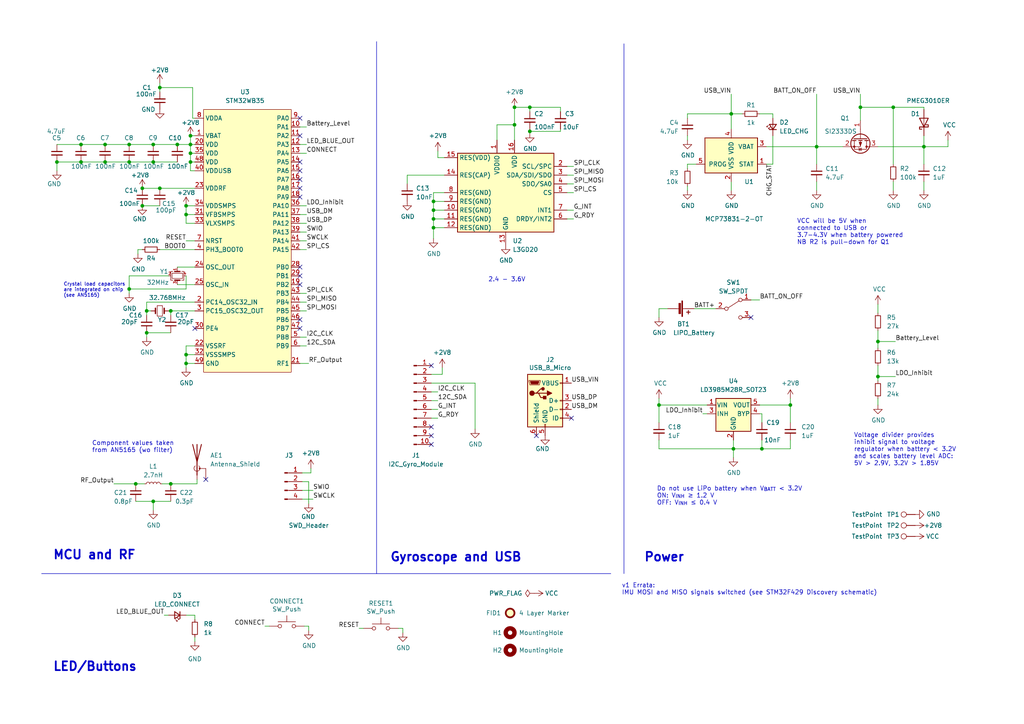
<source format=kicad_sch>
(kicad_sch (version 20230121) (generator eeschema)
  (paper "A4")
  (title_block (title "Ball Base Unit") (company "Mountjoy Modular"))
  (lib_symbols
    (symbol "Battery_Management:MCP73831-2-OT" (pin_names (offset 1.016))
      (property "Reference" "U" (at -7.62 6.35 0))
      (property "Value" "MCP73831-2-OT" (at 1.27 6.35 0))
      (symbol "MCP73831-2-OT_1_1"
        (pin output line (at 10.16 -2.54 180) (length 2.54) (name "STAT") (number "1"))
        (pin power_in line (at 0 -7.62 90) (length 2.54) (name "VSS") (number "2"))
        (pin power_out line (at 10.16 2.54 180) (length 2.54) (name "VBAT") (number "3"))
        (pin power_in line (at 0 7.62 270) (length 2.54) (name "VDD") (number "4"))
        (pin input line (at -10.16 -2.54 0) (length 2.54) (name "PROG") (number "5"))
      )
    )
    (symbol "Connector:Conn_01x04_Male" (pin_names (offset 1.016) hide)
      (property "Reference" "J" (at 0 5.08 0))
      (property "Value" "Conn_01x04_Male" (at 0 -7.62 0))
      (symbol "Conn_01x04_Male_1_1"
        (pin passive line (at 5.08 2.54 180) (length 3.81) (name "Pin_1") (number "1"))
        (pin passive line (at 5.08 0 180) (length 3.81) (name "Pin_2") (number "2"))
        (pin passive line (at 5.08 -2.54 180) (length 3.81) (name "Pin_3") (number "3"))
        (pin passive line (at 5.08 -5.08 180) (length 3.81) (name "Pin_4") (number "4"))
      )
    )
    (symbol "Connector:Conn_01x10_Male" (pin_names (offset 1.016) hide)
      (property "Reference" "J" (at 0 12.7 0))
      (property "Value" "Conn_01x10_Male" (at 0 -15.24 0))
      (symbol "Conn_01x10_Male_1_1"
        (pin passive line (at 5.08 10.16 180) (length 3.81) (name "Pin_1") (number "1"))
        (pin passive line (at 5.08 -12.7 180) (length 3.81) (name "Pin_10") (number "10"))
        (pin passive line (at 5.08 7.62 180) (length 3.81) (name "Pin_2") (number "2"))
        (pin passive line (at 5.08 5.08 180) (length 3.81) (name "Pin_3") (number "3"))
        (pin passive line (at 5.08 2.54 180) (length 3.81) (name "Pin_4") (number "4"))
        (pin passive line (at 5.08 0 180) (length 3.81) (name "Pin_5") (number "5"))
        (pin passive line (at 5.08 -2.54 180) (length 3.81) (name "Pin_6") (number "6"))
        (pin passive line (at 5.08 -5.08 180) (length 3.81) (name "Pin_7") (number "7"))
        (pin passive line (at 5.08 -7.62 180) (length 3.81) (name "Pin_8") (number "8"))
        (pin passive line (at 5.08 -10.16 180) (length 3.81) (name "Pin_9") (number "9"))
      )
    )
    (symbol "Connector:TestPoint" (pin_numbers hide) (pin_names (offset 0.762) hide)
      (property "Reference" "TP" (at 0 6.858 0))
      (property "Value" "TestPoint" (at 0 5.08 0))
      (symbol "TestPoint_1_1"
        (pin passive line (at 0 0 90) (length 2.54) (name "1") (number "1"))
      )
    )
    (symbol "Connector:USB_B_Micro" (pin_names (offset 1.016))
      (property "Reference" "J" (at -5.08 11.43 0))
      (property "Value" "USB_B_Micro" (at -5.08 8.89 0))
      (symbol "USB_B_Micro_1_1"
        (pin power_out line (at 7.62 5.08 180) (length 2.54) (name "VBUS") (number "1"))
        (pin bidirectional line (at 7.62 -2.54 180) (length 2.54) (name "D-") (number "2"))
        (pin bidirectional line (at 7.62 0 180) (length 2.54) (name "D+") (number "3"))
        (pin passive line (at 7.62 -5.08 180) (length 2.54) (name "ID") (number "4"))
        (pin power_out line (at 0 -10.16 90) (length 2.54) (name "GND") (number "5"))
        (pin passive line (at -2.54 -10.16 90) (length 2.54) (name "Shield") (number "6"))
      )
    )
    (symbol "Device:Antenna_Shield" (pin_numbers hide) (pin_names (offset 1.016) hide)
      (property "Reference" "AE" (at -1.905 4.445 0))
      (property "Value" "Antenna_Shield" (at -1.905 2.54 0))
      (symbol "Antenna_Shield_1_1"
        (pin input line (at 0 -5.08 90) (length 2.54) (name "A") (number "1"))
        (pin input line (at 2.54 -5.08 90) (length 2.54) (name "Shield") (number "2"))
      )
    )
    (symbol "Device:Battery_Cell" (pin_numbers hide) (pin_names (offset 0) hide)
      (property "Reference" "BT" (at 2.54 2.54 0))
      (property "Value" "Battery_Cell" (at 2.54 0 0))
      (symbol "Battery_Cell_1_1"
        (pin passive line (at 0 5.08 270) (length 2.54) (name "+") (number "1"))
        (pin passive line (at 0 -2.54 90) (length 2.54) (name "-") (number "2"))
      )
    )
    (symbol "Device:C_Small" (pin_numbers hide) (pin_names (offset 0.254) hide)
      (property "Reference" "C" (at 0.254 1.778 0))
      (property "Value" "C_Small" (at 0.254 -2.032 0))
      (symbol "C_Small_1_1"
        (pin passive line (at 0 2.54 270) (length 2.032) (name "~") (number "1"))
        (pin passive line (at 0 -2.54 90) (length 2.032) (name "~") (number "2"))
      )
    )
    (symbol "Device:Crystal_GND24_Small" (pin_names (offset 1.016) hide)
      (property "Reference" "Y" (at 1.27 4.445 0))
      (property "Value" "Crystal_GND24_Small" (at 1.27 2.54 0))
      (symbol "Crystal_GND24_Small_1_1"
        (pin passive line (at -2.54 0 0) (length 1.27) (name "1") (number "1"))
        (pin passive line (at 0 -2.54 90) (length 0.635) (name "2") (number "2"))
        (pin passive line (at 2.54 0 180) (length 1.27) (name "3") (number "3"))
        (pin passive line (at 0 2.54 270) (length 0.635) (name "4") (number "4"))
      )
    )
    (symbol "Device:Crystal_Small" (pin_numbers hide) (pin_names (offset 1.016) hide)
      (property "Reference" "Y" (at 0 2.54 0))
      (property "Value" "Crystal_Small" (at 0 -2.54 0))
      (symbol "Crystal_Small_1_1"
        (pin passive line (at -2.54 0 0) (length 1.27) (name "1") (number "1"))
        (pin passive line (at 2.54 0 180) (length 1.27) (name "2") (number "2"))
      )
    )
    (symbol "Device:LED_Small" (pin_numbers hide) (pin_names (offset 0.254) hide)
      (property "Reference" "D" (at -1.27 3.175 0))
      (property "Value" "LED_Small" (at -4.445 -2.54 0))
      (symbol "LED_Small_1_1"
        (pin passive line (at -2.54 0 0) (length 1.778) (name "K") (number "1"))
        (pin passive line (at 2.54 0 180) (length 1.778) (name "A") (number "2"))
      )
    )
    (symbol "Device:L_Small" (pin_numbers hide) (pin_names (offset 0.254) hide)
      (property "Reference" "L" (at 0.762 1.016 0))
      (property "Value" "L_Small" (at 0.762 -1.016 0))
      (symbol "L_Small_1_1"
        (pin passive line (at 0 2.54 270) (length 0.508) (name "~") (number "1"))
        (pin passive line (at 0 -2.54 90) (length 0.508) (name "~") (number "2"))
      )
    )
    (symbol "Device:R_Small" (pin_numbers hide) (pin_names (offset 0.254) hide)
      (property "Reference" "R" (at 0.762 0.508 0))
      (property "Value" "R_Small" (at 0.762 -1.016 0))
      (symbol "R_Small_1_1"
        (pin passive line (at 0 2.54 270) (length 0.762) (name "~") (number "1"))
        (pin passive line (at 0 -2.54 90) (length 0.762) (name "~") (number "2"))
      )
    )
    (symbol "Diode:B130-E3" (pin_numbers hide) (pin_names hide)
      (property "Reference" "D" (at 0 2.54 0))
      (property "Value" "B130-E3" (at 0 -2.54 0))
      (symbol "B130-E3_1_1"
        (pin passive line (at -3.81 0 0) (length 2.54) (name "K") (number "1"))
        (pin passive line (at 3.81 0 180) (length 2.54) (name "A") (number "2"))
      )
    )
    (symbol "Mechanical:Fiducial"
      (property "Reference" "FID" (at 0 5.08 0))
      (property "Value" "Fiducial" (at 0 3.175 0))
    )
    (symbol "Mechanical:MountingHole" (pin_names (offset 1.016))
      (property "Reference" "H" (at 0 5.08 0))
      (property "Value" "MountingHole" (at 0 3.175 0))
    )
    (symbol "Regulator_Linear:LD3985M28R_SOT23" (pin_names (offset 0.254))
      (property "Reference" "U" (at -3.81 5.715 0))
      (property "Value" "LD3985M28R_SOT23" (at 0 5.715 0))
      (symbol "LD3985M28R_SOT23_1_1"
        (pin power_in line (at -7.62 2.54 0) (length 2.54) (name "VIN") (number "1"))
        (pin power_in line (at 0 -7.62 90) (length 2.54) (name "GND") (number "2"))
        (pin input line (at -7.62 0 0) (length 2.54) (name "INH") (number "3"))
        (pin input line (at 7.62 0 180) (length 2.54) (name "BYP") (number "4"))
        (pin power_out line (at 7.62 2.54 180) (length 2.54) (name "VOUT") (number "5"))
      )
    )
    (symbol "STM32WB35:STM32WB35"
      (property "Reference" "U" (at 0 -34.29 0))
      (property "Value" "STM32WB35" (at 0.127 46.609 0))
      (symbol "STM32WB35_0_0"
        (pin power_in line (at -14.605 36.83 0) (length 2.54) (name "VBAT") (number "1"))
        (pin bidirectional line (at 15.875 39.37 180) (length 2.54) (name "PA1") (number "10"))
        (pin bidirectional line (at 15.875 36.83 180) (length 2.54) (name "PA2") (number "11"))
        (pin bidirectional line (at 15.875 34.29 180) (length 2.54) (name "PA3") (number "12"))
        (pin bidirectional line (at 15.875 31.75 180) (length 2.54) (name "PA4") (number "13"))
        (pin bidirectional line (at 15.875 29.21 180) (length 2.54) (name "PA5") (number "14"))
        (pin bidirectional line (at 15.875 26.67 180) (length 2.54) (name "PA6") (number "15"))
        (pin bidirectional line (at 15.875 24.13 180) (length 2.54) (name "PA7") (number "16"))
        (pin bidirectional line (at 15.875 21.59 180) (length 2.54) (name "PA8") (number "17"))
        (pin bidirectional line (at 15.875 19.05 180) (length 2.54) (name "PA9") (number "18"))
        (pin bidirectional line (at 15.875 -6.35 180) (length 2.54) (name "PB2") (number "19"))
        (pin bidirectional line (at -14.605 -11.43 0) (length 2.54) (name "PC14_OSC32_IN") (number "2"))
        (pin power_in line (at -14.605 34.29 0) (length 2.54) (name "VDD") (number "20"))
        (pin output line (at 15.875 -29.21 180) (length 2.54) (name "RF1") (number "21"))
        (pin power_in line (at -14.605 -24.13 0) (length 2.54) (name "VSSRF") (number "22"))
        (pin power_in line (at -14.605 21.59 0) (length 2.54) (name "VDDRF") (number "23"))
        (pin output line (at -14.605 -1.27 0) (length 2.54) (name "OSC_OUT") (number "24"))
        (pin input line (at -14.605 -6.35 0) (length 2.54) (name "OSC_IN") (number "25"))
        (pin no_connect line (at -1.27 -34.29 90) (length 2.54) hide (name "AT0") (number "26"))
        (pin no_connect line (at 3.175 -34.29 90) (length 2.54) hide (name "AT1") (number "27"))
        (pin bidirectional line (at 15.875 -1.27 180) (length 2.54) (name "PB0") (number "28"))
        (pin bidirectional line (at 15.875 -3.81 180) (length 2.54) (name "PB1") (number "29"))
        (pin bidirectional line (at -14.605 -13.97 0) (length 2.54) (name "PC15_OSC32_OUT") (number "3"))
        (pin bidirectional line (at -14.605 -19.05 0) (length 2.54) (name "PE4") (number "30"))
        (pin power_in line (at -14.605 13.97 0) (length 2.54) (name "VFBSMPS") (number "31"))
        (pin power_in line (at -14.605 -26.67 0) (length 2.54) (name "VSSSMPS") (number "32"))
        (pin power_in line (at -14.605 11.43 0) (length 2.54) (name "VLXSMPS") (number "33"))
        (pin power_in line (at -14.605 16.51 0) (length 2.54) (name "VDDSMPS") (number "34"))
        (pin power_in line (at -14.605 31.75 0) (length 2.54) (name "VDD") (number "35"))
        (pin bidirectional line (at 15.875 16.51 180) (length 2.54) (name "PA10") (number "36"))
        (pin bidirectional line (at 15.875 13.97 180) (length 2.54) (name "PA11") (number "37"))
        (pin bidirectional line (at 15.875 11.43 180) (length 2.54) (name "PA12") (number "38"))
        (pin bidirectional line (at 15.875 8.89 180) (length 2.54) (name "PA13") (number "39"))
        (pin bidirectional line (at -14.605 3.81 0) (length 2.54) (name "PH3_BOOT0") (number "4"))
        (pin power_in line (at -14.605 26.67 0) (length 2.54) (name "VDDUSB") (number "40"))
        (pin bidirectional line (at 15.875 6.35 180) (length 2.54) (name "PA14") (number "41"))
        (pin bidirectional line (at 15.875 3.81 180) (length 2.54) (name "PA15") (number "42"))
        (pin bidirectional line (at 15.875 -8.89 180) (length 2.54) (name "PB3") (number "43"))
        (pin bidirectional line (at 15.875 -11.43 180) (length 2.54) (name "PB4") (number "44"))
        (pin bidirectional line (at 15.875 -13.97 180) (length 2.54) (name "PB5") (number "45"))
        (pin bidirectional line (at 15.875 -16.51 180) (length 2.54) (name "PB6") (number "46"))
        (pin bidirectional line (at 15.875 -19.05 180) (length 2.54) (name "PB7") (number "47"))
        (pin power_in line (at -14.605 29.21 0) (length 2.54) (name "VDD") (number "48"))
        (pin power_in line (at -14.605 -29.21 0) (length 2.54) (name "GND") (number "49"))
        (pin bidirectional line (at 15.875 -21.59 180) (length 2.54) (name "PB8") (number "5"))
        (pin bidirectional line (at 15.875 -24.13 180) (length 2.54) (name "PB9") (number "6"))
        (pin bidirectional line (at -14.605 6.35 0) (length 2.54) (name "NRST") (number "7"))
        (pin power_in line (at -14.605 41.91 0) (length 2.54) (name "VDDA") (number "8"))
        (pin bidirectional line (at 15.875 41.91 180) (length 2.54) (name "PA0") (number "9"))
      )
    )
    (symbol "Sensor_Motion:L3GD20"
      (property "Reference" "U" (at 6.35 15.24 0))
      (property "Value" "L3GD20" (at 6.35 12.7 0))
      (symbol "L3GD20_1_1"
        (pin power_in line (at -2.54 15.24 270) (length 3.81) (name "VDDIO") (number "1"))
        (pin passive line (at -17.78 -5.08 0) (length 3.81) (name "RES(GND)") (number "10"))
        (pin passive line (at -17.78 -7.62 0) (length 3.81) (name "RES(GND)") (number "11"))
        (pin passive line (at -17.78 -10.16 0) (length 3.81) (name "RES(GND)") (number "12"))
        (pin power_in line (at 0 -15.24 90) (length 3.81) (name "GND") (number "13"))
        (pin passive line (at -17.78 5.08 0) (length 3.81) (name "RES(CAP)") (number "14"))
        (pin passive line (at -17.78 10.16 0) (length 3.81) (name "RES(VDD)") (number "15"))
        (pin power_in line (at 2.54 15.24 270) (length 3.81) (name "VDD") (number "16"))
        (pin input line (at 17.78 7.62 180) (length 3.81) (name "SCL/SPC") (number "2"))
        (pin bidirectional line (at 17.78 5.08 180) (length 3.81) (name "SDA/SDI/SDO") (number "3"))
        (pin output line (at 17.78 2.54 180) (length 3.81) (name "SDO/SA0") (number "4"))
        (pin input line (at 17.78 0 180) (length 3.81) (name "CS") (number "5"))
        (pin output line (at 17.78 -7.62 180) (length 3.81) (name "DRDY/INT2") (number "6"))
        (pin output line (at 17.78 -5.08 180) (length 3.81) (name "INT1") (number "7"))
        (pin passive line (at -17.78 0 0) (length 3.81) (name "RES(GND)") (number "8"))
        (pin passive line (at -17.78 -2.54 0) (length 3.81) (name "RES(GND)") (number "9"))
      )
    )
    (symbol "Switch:SW_Push" (pin_numbers hide) (pin_names (offset 1.016) hide)
      (property "Reference" "SW" (at 1.27 2.54 0))
      (property "Value" "SW_Push" (at 0 -1.524 0))
      (symbol "SW_Push_0_1"
        (pin passive line (at -5.08 0 0) (length 2.54) (name "1") (number "1"))
        (pin passive line (at 5.08 0 180) (length 2.54) (name "2") (number "2"))
      )
    )
    (symbol "Switch:SW_SPDT" (pin_names (offset 0) hide)
      (property "Reference" "SW" (at 0 4.318 0))
      (property "Value" "SW_SPDT" (at 0 -5.08 0))
      (symbol "SW_SPDT_1_1"
        (pin passive line (at 5.08 2.54 180) (length 2.54) (name "A") (number "1"))
        (pin passive line (at -5.08 0 0) (length 2.54) (name "B") (number "2"))
        (pin passive line (at 5.08 -2.54 180) (length 2.54) (name "C") (number "3"))
      )
    )
    (symbol "Transistor_FET:Si2319CDS" (pin_names hide)
      (property "Reference" "Q" (at 5.08 1.905 0))
      (property "Value" "Si2319CDS" (at 5.08 0 0))
      (symbol "Si2319CDS_1_1"
        (pin input line (at -5.08 0 0) (length 2.54) (name "G") (number "1"))
        (pin passive line (at 2.54 -5.08 90) (length 2.54) (name "S") (number "2"))
        (pin passive line (at 2.54 5.08 270) (length 2.54) (name "D") (number "3"))
      )
    )
    (symbol "power:+2V8" (power) (pin_names (offset 0))
      (property "Value" "+2V8" (at 0 3.556 0))
      (symbol "+2V8_1_1"
        (pin power_in line (at 0 0 90) (length 0) hide (name "+2V8") (number "1"))
      )
    )
    (symbol "power:GND" (power) (pin_names (offset 0))
      (property "Value" "GND" (at 0 -3.81 0))
      (symbol "GND_1_1"
        (pin power_in line (at 0 0 270) (length 0) hide (name "GND") (number "1"))
      )
    )
    (symbol "power:PWR_FLAG" (power) (pin_numbers hide) (pin_names (offset 0) hide)
      (property "Value" "PWR_FLAG" (at 0 3.81 0))
      (symbol "PWR_FLAG_0_0"
        (pin power_out line (at 0 0 90) (length 0) (name "pwr") (number "1"))
      )
    )
    (symbol "power:VCC" (power) (pin_names (offset 0))
      (property "Value" "VCC" (at 0 3.81 0))
      (symbol "VCC_1_1"
        (pin power_in line (at 0 0 90) (length 0) hide (name "VCC") (number "1"))
      )
    )
  )
  (junction (at 125.73 63.5))
  (junction (at 53.975 59.69))
  (junction (at 125.73 66.04))
  (junction (at 44.45 46.99))
  (junction (at 220.98 130.175))
  (junction (at 55.245 39.37))
  (junction (at 249.555 31.115))
  (junction (at 39.37 140.335))
  (junction (at 55.245 44.45))
  (junction (at 37.465 41.91))
  (junction (at 49.53 140.335))
  (junction (at 46.355 54.61))
  (junction (at 46.355 25.4))
  (junction (at 51.435 41.91))
  (junction (at 49.53 90.17))
  (junction (at 53.975 105.41))
  (junction (at 23.495 41.91))
  (junction (at 236.855 42.545))
  (junction (at 44.45 145.415))
  (junction (at 53.975 62.23))
  (junction (at 41.275 54.61))
  (junction (at 37.465 46.99))
  (junction (at 254.635 99.06))
  (junction (at 37.465 83.82))
  (junction (at 153.67 31.115))
  (junction (at 44.45 41.91))
  (junction (at 149.225 36.195))
  (junction (at 149.225 31.115))
  (junction (at 42.545 90.17))
  (junction (at 16.51 46.99))
  (junction (at 23.495 46.99))
  (junction (at 42.545 96.52))
  (junction (at 259.08 31.115))
  (junction (at 30.48 46.99))
  (junction (at 55.245 41.91))
  (junction (at 30.48 41.91))
  (junction (at 125.73 60.96))
  (junction (at 191.135 117.475))
  (junction (at 212.09 33.02))
  (junction (at 41.275 59.69))
  (junction (at 153.67 38.1))
  (junction (at 125.73 58.42))
  (junction (at 254.635 109.22))
  (junction (at 212.725 130.175))
  (junction (at 267.97 42.545))
  (junction (at 53.975 102.87))
  (junction (at 55.245 46.99))
  (junction (at 229.235 117.475))
  (no_connect (at 86.995 82.55))
  (no_connect (at 155.575 126.365))
  (no_connect (at 86.995 52.07))
  (no_connect (at 86.995 77.47))
  (no_connect (at 86.995 92.71))
  (no_connect (at 125.095 106.045))
  (no_connect (at 86.995 95.25))
  (no_connect (at 86.995 46.99))
  (no_connect (at 86.995 80.01))
  (no_connect (at 86.995 57.15))
  (no_connect (at 86.995 54.61))
  (no_connect (at 125.095 128.905))
  (no_connect (at 217.805 92.075))
  (no_connect (at 86.995 39.37))
  (no_connect (at 125.095 123.825))
  (no_connect (at 165.735 121.285))
  (no_connect (at 86.995 34.29))
  (no_connect (at 86.995 49.53))
  (no_connect (at 59.69 139.065))
  (no_connect (at 56.515 95.25))
  (no_connect (at 125.095 126.365))
  (wire (pts (xy 254.635 42.545) (xy 267.97 42.545)))
  (wire (pts (xy 56.515 34.29) (xy 55.88 34.29)))
  (wire (pts (xy 212.09 33.02) (xy 215.265 33.02)))
  (wire (pts (xy 125.095 108.585) (xy 128.27 108.585)))
  (wire (pts (xy 229.235 127.635) (xy 229.235 130.175)))
  (wire (pts (xy 128.905 55.88) (xy 125.73 55.88)))
  (wire (pts (xy 203.835 120.015) (xy 205.105 120.015)))
  (wire (pts (xy 220.345 117.475) (xy 229.235 117.475)))
  (wire (pts (xy 37.465 41.91) (xy 44.45 41.91)))
  (wire (pts (xy 212.09 27.305) (xy 212.09 33.02)))
  (wire (pts (xy 274.955 42.545) (xy 274.955 40.64)))
  (wire (pts (xy 87.63 137.16) (xy 90.17 137.16)))
  (wire (pts (xy 267.97 52.705) (xy 267.97 55.245)))
  (wire (pts (xy 46.355 72.39) (xy 56.515 72.39)))
  (wire (pts (xy 153.67 37.465) (xy 153.67 38.1)))
  (wire (pts (xy 162.56 37.465) (xy 162.56 38.1)))
  (wire (pts (xy 39.37 140.335) (xy 41.91 140.335)))
  (wire (pts (xy 259.08 52.705) (xy 259.08 55.245)))
  (wire (pts (xy 41.275 59.69) (xy 46.355 59.69)))
  (wire (pts (xy 49.53 90.17) (xy 56.515 90.17)))
  (wire (pts (xy 125.095 118.745) (xy 127 118.745)))
  (wire (pts (xy 125.095 121.285) (xy 127 121.285)))
  (wire (pts (xy 199.39 33.02) (xy 212.09 33.02)))
  (wire (pts (xy 125.73 55.88) (xy 125.73 58.42)))
  (wire (pts (xy 53.975 62.23) (xy 53.975 59.69)))
  (wire (pts (xy 104.14 182.245) (xy 105.41 182.245)))
  (wire (pts (xy 56.515 178.435) (xy 56.515 179.705)))
  (wire (pts (xy 57.15 140.335) (xy 57.15 139.065)))
  (wire (pts (xy 164.465 63.5) (xy 166.37 63.5)))
  (wire (pts (xy 164.465 55.88) (xy 166.37 55.88)))
  (wire (pts (xy 86.995 41.91) (xy 88.9 41.91)))
  (wire (pts (xy 86.995 44.45) (xy 88.9 44.45)))
  (wire (pts (xy 254.635 95.885) (xy 254.635 99.06)))
  (wire (pts (xy 86.995 105.41) (xy 89.535 105.41)))
  (wire (pts (xy 86.995 100.33) (xy 88.9 100.33)))
  (wire (pts (xy 55.245 41.91) (xy 55.245 44.45)))
  (wire (pts (xy 86.995 69.85) (xy 88.9 69.85)))
  (wire (pts (xy 51.435 82.55) (xy 56.515 82.55)))
  (wire (pts (xy 56.515 184.785) (xy 56.515 186.055)))
  (wire (pts (xy 16.51 46.99) (xy 16.51 49.53)))
  (wire (pts (xy 191.135 130.175) (xy 212.725 130.175)))
  (wire (pts (xy 89.535 181.61) (xy 89.535 182.88)))
  (wire (pts (xy 137.795 111.125) (xy 137.795 124.46)))
  (wire (pts (xy 53.975 83.82) (xy 37.465 83.82)))
  (wire (pts (xy 153.67 31.115) (xy 162.56 31.115)))
  (wire (pts (xy 37.465 46.99) (xy 44.45 46.99)))
  (wire (pts (xy 76.835 181.61) (xy 78.105 181.61)))
  (wire (pts (xy 44.45 145.415) (xy 44.45 147.955)))
  (wire (pts (xy 87.63 139.7) (xy 89.535 139.7)))
  (wire (pts (xy 88.265 181.61) (xy 89.535 181.61)))
  (wire (pts (xy 53.975 59.69) (xy 56.515 59.69)))
  (wire (pts (xy 51.435 41.91) (xy 55.245 41.91)))
  (wire (pts (xy 55.245 49.53) (xy 56.515 49.53)))
  (wire (pts (xy 23.495 41.91) (xy 30.48 41.91)))
  (wire (pts (xy 86.995 36.83) (xy 88.9 36.83)))
  (wire (pts (xy 153.67 38.1) (xy 153.67 38.735)))
  (wire (pts (xy 259.08 31.115) (xy 259.08 47.625)))
  (wire (pts (xy 23.495 46.99) (xy 30.48 46.99)))
  (wire (pts (xy 53.975 62.23) (xy 56.515 62.23)))
  (wire (pts (xy 259.08 31.115) (xy 267.97 31.115)))
  (wire (pts (xy 201.295 89.535) (xy 207.645 89.535)))
  (wire (pts (xy 164.465 60.96) (xy 166.37 60.96)))
  (wire (pts (xy 42.545 90.17) (xy 42.545 91.44)))
  (wire (pts (xy 51.435 77.47) (xy 56.515 77.47)))
  (wire (pts (xy 42.545 87.63) (xy 42.545 90.17)))
  (wire (pts (xy 125.095 111.125) (xy 137.795 111.125)))
  (wire (pts (xy 229.235 115.57) (xy 229.235 117.475)))
  (wire (pts (xy 90.17 137.16) (xy 90.17 135.89)))
  (wire (pts (xy 191.135 117.475) (xy 191.135 122.555)))
  (wire (pts (xy 249.555 27.305) (xy 249.555 31.115)))
  (polyline (pts (xy 180.975 12.7) (xy 180.975 166.37)))
  (wire (pts (xy 53.975 64.77) (xy 53.975 62.23)))
  (wire (pts (xy 191.135 89.535) (xy 193.675 89.535)))
  (wire (pts (xy 224.155 33.02) (xy 224.155 34.29)))
  (wire (pts (xy 236.855 52.705) (xy 236.855 55.245)))
  (wire (pts (xy 267.97 39.37) (xy 267.97 42.545)))
  (wire (pts (xy 86.995 85.09) (xy 88.9 85.09)))
  (wire (pts (xy 33.02 140.335) (xy 39.37 140.335)))
  (wire (pts (xy 55.245 46.99) (xy 55.245 49.53)))
  (wire (pts (xy 55.245 44.45) (xy 56.515 44.45)))
  (wire (pts (xy 125.73 66.04) (xy 125.73 69.215)))
  (wire (pts (xy 16.51 46.99) (xy 23.495 46.99)))
  (wire (pts (xy 49.53 140.335) (xy 57.15 140.335)))
  (wire (pts (xy 125.73 58.42) (xy 125.73 60.96)))
  (wire (pts (xy 191.135 127.635) (xy 191.135 130.175)))
  (wire (pts (xy 37.465 83.82) (xy 37.465 85.09)))
  (wire (pts (xy 128.27 108.585) (xy 128.27 106.68)))
  (wire (pts (xy 86.995 72.39) (xy 88.9 72.39)))
  (wire (pts (xy 220.345 33.02) (xy 224.155 33.02)))
  (wire (pts (xy 125.73 58.42) (xy 128.905 58.42)))
  (wire (pts (xy 40.005 72.39) (xy 41.275 72.39)))
  (wire (pts (xy 125.73 60.96) (xy 128.905 60.96)))
  (wire (pts (xy 30.48 46.99) (xy 37.465 46.99)))
  (wire (pts (xy 267.97 42.545) (xy 274.955 42.545)))
  (wire (pts (xy 42.545 90.17) (xy 43.815 90.17)))
  (polyline (pts (xy 109.22 12.065) (xy 109.22 166.37)))
  (wire (pts (xy 44.45 41.91) (xy 51.435 41.91)))
  (wire (pts (xy 42.545 96.52) (xy 42.545 97.79)))
  (wire (pts (xy 199.39 53.975) (xy 199.39 55.245)))
  (wire (pts (xy 249.555 31.115) (xy 249.555 34.925)))
  (wire (pts (xy 236.855 42.545) (xy 244.475 42.545)))
  (wire (pts (xy 199.39 39.37) (xy 199.39 40.64)))
  (polyline (pts (xy 12.065 166.37) (xy 177.165 166.37)))
  (wire (pts (xy 90.805 144.78) (xy 87.63 144.78)))
  (wire (pts (xy 229.235 117.475) (xy 229.235 122.555)))
  (wire (pts (xy 199.39 34.29) (xy 199.39 33.02)))
  (wire (pts (xy 89.535 139.7) (xy 89.535 146.05)))
  (wire (pts (xy 254.635 115.57) (xy 254.635 117.475)))
  (wire (pts (xy 55.245 39.37) (xy 55.245 41.91)))
  (wire (pts (xy 144.145 36.195) (xy 149.225 36.195)))
  (wire (pts (xy 212.09 52.705) (xy 212.09 55.245)))
  (wire (pts (xy 44.45 46.99) (xy 51.435 46.99)))
  (wire (pts (xy 116.84 182.245) (xy 116.84 183.515)))
  (wire (pts (xy 191.135 117.475) (xy 205.105 117.475)))
  (wire (pts (xy 254.635 109.22) (xy 254.635 110.49)))
  (wire (pts (xy 212.09 33.02) (xy 212.09 37.465)))
  (wire (pts (xy 53.975 105.41) (xy 53.975 102.87)))
  (wire (pts (xy 53.975 80.01) (xy 53.975 83.82)))
  (wire (pts (xy 224.155 47.625) (xy 224.155 39.37)))
  (wire (pts (xy 149.225 31.115) (xy 149.225 36.195)))
  (wire (pts (xy 191.135 92.075) (xy 191.135 89.535)))
  (wire (pts (xy 212.725 130.175) (xy 212.725 132.715)))
  (wire (pts (xy 125.73 63.5) (xy 125.73 66.04)))
  (wire (pts (xy 49.53 96.52) (xy 42.545 96.52)))
  (wire (pts (xy 149.225 31.115) (xy 153.67 31.115)))
  (wire (pts (xy 55.88 25.4) (xy 55.88 34.29)))
  (wire (pts (xy 128.905 50.8) (xy 118.11 50.8)))
  (wire (pts (xy 153.67 31.115) (xy 153.67 32.385)))
  (wire (pts (xy 86.995 87.63) (xy 88.9 87.63)))
  (wire (pts (xy 220.98 127.635) (xy 220.98 130.175)))
  (wire (pts (xy 254.635 106.045) (xy 254.635 109.22)))
  (wire (pts (xy 164.465 53.34) (xy 166.37 53.34)))
  (wire (pts (xy 37.465 83.82) (xy 37.465 80.01)))
  (wire (pts (xy 125.73 60.96) (xy 125.73 63.5)))
  (wire (pts (xy 47.625 178.435) (xy 48.895 178.435)))
  (wire (pts (xy 30.48 41.91) (xy 37.465 41.91)))
  (wire (pts (xy 217.805 86.995) (xy 220.345 86.995)))
  (wire (pts (xy 55.245 39.37) (xy 56.515 39.37)))
  (wire (pts (xy 254.635 99.06) (xy 259.715 99.06)))
  (wire (pts (xy 87.63 142.24) (xy 90.805 142.24)))
  (wire (pts (xy 41.275 54.61) (xy 46.355 54.61)))
  (wire (pts (xy 249.555 31.115) (xy 259.08 31.115)))
  (wire (pts (xy 86.995 90.17) (xy 88.9 90.17)))
  (wire (pts (xy 55.245 41.91) (xy 56.515 41.91)))
  (wire (pts (xy 42.545 87.63) (xy 56.515 87.63)))
  (wire (pts (xy 48.895 90.17) (xy 49.53 90.17)))
  (wire (pts (xy 236.855 42.545) (xy 236.855 47.625)))
  (wire (pts (xy 254.635 99.06) (xy 254.635 100.965)))
  (wire (pts (xy 55.245 44.45) (xy 55.245 46.99)))
  (wire (pts (xy 46.99 140.335) (xy 49.53 140.335)))
  (wire (pts (xy 220.98 120.015) (xy 220.98 122.555)))
  (wire (pts (xy 149.225 36.195) (xy 149.225 40.64)))
  (wire (pts (xy 37.465 80.01) (xy 48.895 80.01)))
  (wire (pts (xy 55.88 25.4) (xy 46.355 25.4)))
  (wire (pts (xy 86.995 97.79) (xy 88.9 97.79)))
  (wire (pts (xy 118.11 50.8) (xy 118.11 53.34)))
  (wire (pts (xy 46.355 54.61) (xy 56.515 54.61)))
  (wire (pts (xy 267.97 31.75) (xy 267.97 31.115)))
  (wire (pts (xy 53.975 178.435) (xy 56.515 178.435)))
  (wire (pts (xy 53.975 106.68) (xy 53.975 105.41)))
  (wire (pts (xy 86.995 67.31) (xy 88.9 67.31)))
  (wire (pts (xy 46.355 25.4) (xy 46.355 26.67)))
  (wire (pts (xy 86.995 59.69) (xy 88.9 59.69)))
  (wire (pts (xy 53.975 105.41) (xy 56.515 105.41)))
  (wire (pts (xy 115.57 182.245) (xy 116.84 182.245)))
  (wire (pts (xy 164.465 48.26) (xy 166.37 48.26)))
  (wire (pts (xy 254.635 88.265) (xy 254.635 90.805)))
  (wire (pts (xy 220.98 120.015) (xy 220.345 120.015)))
  (wire (pts (xy 191.135 115.57) (xy 191.135 117.475)))
  (wire (pts (xy 153.67 38.1) (xy 162.56 38.1)))
  (wire (pts (xy 164.465 50.8) (xy 166.37 50.8)))
  (wire (pts (xy 144.145 40.64) (xy 144.145 36.195)))
  (wire (pts (xy 212.725 127.635) (xy 212.725 130.175)))
  (wire (pts (xy 267.97 42.545) (xy 267.97 47.625)))
  (wire (pts (xy 236.855 27.305) (xy 236.855 42.545)))
  (wire (pts (xy 125.095 116.205) (xy 127 116.205)))
  (wire (pts (xy 86.995 64.77) (xy 88.9 64.77)))
  (wire (pts (xy 199.39 48.895) (xy 199.39 47.625)))
  (wire (pts (xy 53.975 102.87) (xy 56.515 102.87)))
  (wire (pts (xy 162.56 31.115) (xy 162.56 32.385)))
  (wire (pts (xy 46.355 24.13) (xy 46.355 25.4)))
  (wire (pts (xy 125.73 63.5) (xy 128.905 63.5)))
  (wire (pts (xy 16.51 41.91) (xy 23.495 41.91)))
  (wire (pts (xy 39.37 145.415) (xy 44.45 145.415)))
  (wire (pts (xy 220.98 130.175) (xy 229.235 130.175)))
  (wire (pts (xy 128.905 66.04) (xy 125.73 66.04)))
  (wire (pts (xy 222.25 47.625) (xy 224.155 47.625)))
  (wire (pts (xy 125.095 113.665) (xy 127 113.665)))
  (wire (pts (xy 49.53 91.44) (xy 49.53 90.17)))
  (wire (pts (xy 44.45 145.415) (xy 49.53 145.415)))
  (wire (pts (xy 40.005 73.66) (xy 40.005 72.39)))
  (wire (pts (xy 127 45.72) (xy 128.905 45.72)))
  (wire (pts (xy 53.975 69.85) (xy 56.515 69.85)))
  (wire (pts (xy 254.635 109.22) (xy 259.715 109.22)))
  (wire (pts (xy 127 43.815) (xy 127 45.72)))
  (wire (pts (xy 56.515 64.77) (xy 53.975 64.77)))
  (wire (pts (xy 53.975 100.33) (xy 56.515 100.33)))
  (wire (pts (xy 53.975 102.87) (xy 53.975 100.33)))
  (wire (pts (xy 55.245 46.99) (xy 56.515 46.99)))
  (wire (pts (xy 86.995 62.23) (xy 88.9 62.23)))
  (wire (pts (xy 212.725 130.175) (xy 220.98 130.175)))
  (wire (pts (xy 222.25 42.545) (xy 236.855 42.545)))
  (wire (pts (xy 199.39 47.625) (xy 201.93 47.625)))
  (text "MCU and RF" (at 15.24 162.56 0) (effects (font (size 2.54 2.54) (thickness 0.508) bold) (justify left bottom)))
  (text "Do not use LiPo battery when V_{BATT} < 3.2V\nON: V_{INH} ≥ 1.2 V\nOFF: V_{INH} ≤ 0.4 V " (at 190.5 146.685 0) (effects (font (size 1.27 1.27)) (justify left bottom)))
  (text "Power" (at 186.69 163.195 0) (effects (font (size 2.54 2.54) (thickness 0.508) bold) (justify left bottom)))
  (text "Gyroscope and USB" (at 113.03 163.195 0) (effects (font (size 2.54 2.54) (thickness 0.508) bold) (justify left bottom)))
  (text "Component values taken \nfrom AN5165 (wo filter)" (at 26.67 131.445 0) (effects (font (size 1.27 1.27)) (justify left bottom)))
  (text "Voltage divider provides\ninhibit signal to voltage \nregulator when battery < 3.2V \nand scales battery level ADC:\n5V > 2.9V, 3.2V > 1.85V" (at 247.65 135.255 0) (effects (font (size 1.27 1.27)) (justify left bottom)))
  (text "2.4 - 3.6V" (at 141.605 81.915 0) (effects (font (size 1.27 1.27)) (justify left bottom)))
  (text "LED/Buttons" (at 15.24 194.945 0) (effects (font (size 2.54 2.54) (thickness 0.508) bold) (justify left bottom)))
  (text "VCC will be 5V when \nconnected to USB or \n3.7-4.3V when battery powered\nNB R2 is pull-down for Q1" (at 231.14 71.12 0) (effects (font (size 1.27 1.27)) (justify left bottom)))
  (text "v1 Errata:\nIMU MOSI and MISO signals switched (see STM32F429 Discovery schematic)" (at 180.34 172.72 0) (effects (font (size 1.27 1.27)) (justify left bottom)))
  (text "Crystal load capacitors\nare integrated on chip\n(see AN5165)" (at 18.415 86.36 0) (effects (font (size 1 1)) (justify left bottom)))
  (label "SPI_MOSI" (at 88.9 90.17 0))
  (label "G_INT" (at 166.37 60.96 0))
  (label "RESET" (at 104.14 182.245 180))
  (label "G_INT" (at 127 118.745 0))
  (label "SWCLK" (at 88.9 69.85 0))
  (label "USB_DP" (at 88.9 64.77 0))
  (label "BOOT0" (at 47.625 72.39 0))
  (label "SPI_MOSI" (at 166.37 53.34 0))
  (label "I2C_CLK" (at 127 113.665 0))
  (label "RESET" (at 53.975 69.85 180))
  (label "LDO_Inhibit" (at 88.9 59.69 0))
  (label "LDO_Inhibit" (at 203.835 120.015 180))
  (label "SPI_CLK" (at 88.9 85.09 0))
  (label "LDO_Inhibit" (at 259.715 109.22 0))
  (label "I2C_CLK" (at 88.9 97.79 0))
  (label "USB_DM" (at 88.9 62.23 0))
  (label "G_RDY" (at 166.37 63.5 0))
  (label "12C_SDA" (at 127 116.205 0))
  (label "SWCLK" (at 90.805 144.78 0))
  (label "USB_DP" (at 165.735 116.205 0))
  (label "SPI_MISO" (at 88.9 87.63 0))
  (label "USB_DM" (at 165.735 118.745 0))
  (label "CONNECT" (at 76.835 181.61 180))
  (label "SPI_CS" (at 166.37 55.88 0))
  (label "SWIO" (at 90.805 142.24 0))
  (label "RF_Output" (at 33.02 140.335 180))
  (label "CONNECT" (at 88.9 44.45 0))
  (label "USB_VIN" (at 212.09 27.305 180))
  (label "SPI_CS" (at 88.9 72.39 0))
  (label "LED_BLUE_OUT" (at 88.9 41.91 0))
  (label "SPI_CLK" (at 166.37 48.26 0))
  (label "USB_VIN" (at 165.735 111.125 0))
  (label "RF_Output" (at 89.535 105.41 0))
  (label "Battery_Level" (at 259.715 99.06 0))
  (label "BATT_ON_OFF" (at 236.855 27.305 180))
  (label "Battery_Level" (at 88.9 36.83 0))
  (label "G_RDY" (at 127 121.285 0))
  (label "BATT_ON_OFF" (at 220.345 86.995 0))
  (label "CHG_STAT" (at 224.155 47.625 270))
  (label "USB_VIN" (at 249.555 27.305 180))
  (label "BATT+" (at 201.295 89.535 0))
  (label "SWIO" (at 88.9 67.31 0))
  (label "LED_BLUE_OUT" (at 47.625 178.435 180))
  (label "12C_SDA" (at 88.9 100.33 0))
  (label "SPI_MISO" (at 166.37 50.8 0))
  (symbol (lib_id "Device:Antenna_Shield") (at 57.15 133.985 0) (unit 1)
    (property "Reference" "AE1" (at 60.96 132.0799 0) (effects (justify left)))
    (property "Value" "Antenna_Shield" (at 60.96 134.6199 0) (effects (justify left)))
    (property "Footprint" "Custom_Footprints:NN01_102" (effects hide))
  )
  (symbol (lib_id "Mechanical:Fiducial") (at 147.955 177.8 0) (unit 1)
    (property "Reference" "FID1" (at 140.97 177.8 0) (effects (justify left)))
    (property "Value" "4 Layer Marker" (at 150.495 177.8 0) (effects (justify left)))
    (property "Footprint" "Custom_Footprints:4_Layer_Markers" (effects hide))
  )
  (symbol (lib_id "Connector:TestPoint") (at 265.43 155.575 90) (unit 1)
    (property "Reference" "TP3" (at 259.08 155.575 90))
    (property "Value" "TestPoint" (at 251.46 155.575 90))
    (property "Footprint" "Custom_Footprints:1.3mm_Test_Point" (effects hide))
  )
  (symbol (lib_id "Device:C_Small") (at 118.11 55.88 0) (unit 1)
    (property "Reference" "C13" (at 120.65 54.6162 0) (effects (justify left)))
    (property "Value" "10nF" (at 120.65 57.1562 0) (effects (justify left)))
    (property "Footprint" "Capacitor_SMD:C_0603_1608Metric" (effects hide))
  )
  (symbol (lib_id "Device:R_Small") (at 254.635 93.345 0) (unit 1)
    (property "Reference" "R5" (at 257.175 92.0749 0) (effects (justify left)))
    (property "Value" "27k" (at 257.175 94.6149 0) (effects (justify left)))
    (property "Footprint" "Resistor_SMD:R_0603_1608Metric" (effects hide))
    (property "Part_Number" "C25803" (effects hide))
  )
  (symbol (lib_id "power:+2V8") (at 46.355 24.13 0) (unit 1)
    (property "Reference" "#PWR01" (effects hide))
    (property "Value" "+2V8" (at 46.355 20.32 0))
  )
  (symbol (lib_id "Device:Crystal_GND24_Small") (at 51.435 80.01 270) (unit 1)
    (property "Reference" "Y1" (at 46.355 78.74 90) (effects (justify left)))
    (property "Value" "32MHz" (at 42.545 81.915 90) (effects (justify left)))
    (property "Footprint" "Crystal:Crystal_SMD_Abracon_ABM10-4Pin_2.5x2.0mm" (effects hide))
  )
  (symbol (lib_id "power:GND") (at 37.465 85.09 0) (unit 1)
    (property "Reference" "#PWR022" (effects hide))
    (property "Value" "GND" (at 37.592 89.4842 0))
  )
  (symbol (lib_id "Connector:Conn_01x10_Male") (at 120.015 116.205 0) (unit 1)
    (property "Reference" "J1" (at 120.65 132.08 0))
    (property "Value" "I2C_Gyro_Module" (at 120.65 134.62 0))
    (property "Footprint" "Connector_PinSocket_2.54mm:PinSocket_1x10_P2.54mm_Vertical" (effects hide))
  )
  (symbol (lib_id "power:+2V8") (at 41.275 54.61 0) (unit 1)
    (property "Reference" "#PWR010" (effects hide))
    (property "Value" "+2V8" (at 40.64 50.8 0))
  )
  (symbol (lib_id "power:+2V8") (at 128.27 106.68 0) (unit 1)
    (property "Reference" "#PWR026" (effects hide))
    (property "Value" "+2V8" (at 128.27 102.235 0))
  )
  (symbol (lib_id "power:PWR_FLAG") (at 154.94 172.085 90) (unit 1)
    (property "Reference" "#FLG01" (effects hide))
    (property "Value" "PWR_FLAG" (at 146.685 172.085 90))
  )
  (symbol (lib_id "power:VCC") (at 154.94 172.085 270) (unit 1)
    (property "Reference" "#PWR040" (effects hide))
    (property "Value" "VCC" (at 160.02 172.085 90))
  )
  (symbol (lib_id "Device:C_Small") (at 153.67 34.925 0) (unit 1)
    (property "Reference" "C2" (at 154.94 33.02 0) (effects (justify left)))
    (property "Value" "100nF" (at 154.94 36.83 0) (effects (justify left)))
    (property "Footprint" "Capacitor_SMD:C_0603_1608Metric" (effects hide))
  )
  (symbol (lib_id "Mechanical:MountingHole") (at 147.955 183.515 0) (unit 1)
    (property "Reference" "H1" (at 142.875 183.515 0) (effects (justify left)))
    (property "Value" "MountingHole" (at 150.495 183.515 0) (effects (justify left)))
    (property "Footprint" "MountingHole:MountingHole_3.2mm_M3" (effects hide))
  )
  (symbol (lib_id "power:GND") (at 267.97 55.245 0) (unit 1)
    (property "Reference" "#PWR015" (effects hide))
    (property "Value" "GND" (at 268.097 59.6392 0))
  )
  (symbol (lib_id "power:GND") (at 146.685 71.12 0) (unit 1)
    (property "Reference" "#PWR020" (effects hide))
    (property "Value" "GND" (at 146.812 75.5142 0))
  )
  (symbol (lib_id "Device:C_Small") (at 236.855 50.165 0) (unit 1)
    (property "Reference" "C11" (at 239.395 48.9012 0) (effects (justify left)))
    (property "Value" "4.7uF" (at 239.395 51.4412 0) (effects (justify left)))
    (property "Footprint" "Capacitor_SMD:C_0603_1608Metric" (effects hide))
  )
  (symbol (lib_id "power:GND") (at 212.725 132.715 0) (unit 1)
    (property "Reference" "#PWR033" (effects hide))
    (property "Value" "GND" (at 212.852 137.1092 0))
  )
  (symbol (lib_id "Connector:TestPoint") (at 265.43 149.225 90) (unit 1)
    (property "Reference" "TP1" (at 259.08 149.225 90))
    (property "Value" "TestPoint" (at 251.46 149.225 90))
    (property "Footprint" "Custom_Footprints:1.3mm_Test_Point" (effects hide))
  )
  (symbol (lib_id "power:VCC") (at 254.635 88.265 0) (unit 1)
    (property "Reference" "#PWR023" (effects hide))
    (property "Value" "VCC" (at 255.0668 83.8708 0))
  )
  (symbol (lib_id "power:GND") (at 44.45 147.955 0) (unit 1)
    (property "Reference" "#PWR036" (effects hide))
    (property "Value" "GND" (at 44.577 152.3492 0))
  )
  (symbol (lib_id "power:GND") (at 40.005 73.66 0) (unit 1)
    (property "Reference" "#PWR021" (effects hide))
    (property "Value" "GND" (at 40.132 78.0542 0))
  )
  (symbol (lib_id "Connector:USB_B_Micro") (at 158.115 116.205 0) (unit 1)
    (property "Reference" "J2" (at 159.5628 104.3432 0))
    (property "Value" "USB_B_Micro" (at 159.5628 106.6546 0))
    (property "Footprint" "Custom_Footprints:USB_Micro-B_Amphenol" (effects hide))
  )
  (symbol (lib_id "power:+2V8") (at 127 43.815 0) (unit 1)
    (property "Reference" "#PWR08" (effects hide))
    (property "Value" "+2V8" (at 127 39.37 0))
  )
  (symbol (lib_id "Device:R_Small") (at 254.635 113.03 0) (unit 1)
    (property "Reference" "R7" (at 257.175 111.7599 0) (effects (justify left)))
    (property "Value" "24k" (at 257.175 114.2999 0) (effects (justify left)))
    (property "Footprint" "Resistor_SMD:R_0603_1608Metric" (effects hide))
    (property "Part_Number" "C25803" (effects hide))
  )
  (symbol (lib_id "power:VCC") (at 191.135 115.57 0) (unit 1)
    (property "Reference" "#PWR028" (effects hide))
    (property "Value" "VCC" (at 191.5668 111.1758 0))
  )
  (symbol (lib_id "power:GND") (at 42.545 97.79 0) (unit 1)
    (property "Reference" "#PWR025" (effects hide))
    (property "Value" "GND" (at 42.672 102.1842 0))
  )
  (symbol (lib_id "power:+2V8") (at 90.17 135.89 0) (unit 1)
    (property "Reference" "#PWR034" (effects hide))
    (property "Value" "+2V8" (at 90.17 131.445 0))
  )
  (symbol (lib_id "power:GND") (at 236.855 55.245 0) (unit 1)
    (property "Reference" "#PWR013" (effects hide))
    (property "Value" "GND" (at 236.982 59.6392 0))
  )
  (symbol (lib_id "power:+2V8") (at 55.245 39.37 0) (unit 1)
    (property "Reference" "#PWR05" (effects hide))
    (property "Value" "+2V8" (at 55.245 35.56 0))
  )
  (symbol (lib_id "power:GND") (at 56.515 186.055 0) (unit 1)
    (property "Reference" "#PWR043" (effects hide))
    (property "Value" "GND" (at 56.515 191.135 0))
  )
  (symbol (lib_id "power:GND") (at 153.67 38.735 0) (unit 1)
    (property "Reference" "#PWR04" (effects hide))
    (property "Value" "GND" (at 153.797 43.1292 0))
  )
  (symbol (lib_id "power:+2V8") (at 265.43 152.4 270) (unit 1)
    (property "Reference" "#PWR038" (effects hide))
    (property "Value" "+2V8" (at 267.97 152.4 90) (effects (justify left)))
  )
  (symbol (lib_id "Device:R_Small") (at 56.515 182.245 180) (unit 1)
    (property "Reference" "R8" (at 59.055 180.9749 0) (effects (justify right)))
    (property "Value" "1k" (at 59.055 183.5149 0) (effects (justify right)))
    (property "Footprint" "Resistor_SMD:R_0603_1608Metric" (effects hide))
  )
  (symbol (lib_id "power:+2V8") (at 229.235 115.57 0) (unit 1)
    (property "Reference" "#PWR029" (effects hide))
    (property "Value" "+2V8" (at 229.235 111.125 0))
  )
  (symbol (lib_id "Device:C_Small") (at 42.545 93.98 180) (unit 1)
    (property "Reference" "C16" (at 41.275 91.44 0) (effects (justify left)))
    (property "Value" "20pF" (at 40.005 93.345 0) (effects (justify left)))
    (property "Footprint" "Capacitor_SMD:C_0603_1608Metric" (effects hide))
  )
  (symbol (lib_id "Device:R_Small") (at 217.805 33.02 270) (unit 1)
    (property "Reference" "R1" (at 217.805 30.48 90))
    (property "Value" "1k" (at 217.805 35.56 90))
    (property "Footprint" "Resistor_SMD:R_0603_1608Metric" (effects hide))
    (property "Part_Number" "C25803" (effects hide))
  )
  (symbol (lib_id "Transistor_FET:Si2319CDS") (at 249.555 40.005 270) (unit 1)
    (property "Reference" "Q1" (at 245.11 34.29 90))
    (property "Value" "SI2333DS" (at 243.84 38.1 90))
    (property "Footprint" "Package_TO_SOT_SMD:SOT-23" (effects hide))
    (property "Datasheet" "http://www.vishay.com/docs/66709/si2319cd.pdf" (effects hide))
  )
  (symbol (lib_id "Device:C_Small") (at 41.275 57.15 0) (unit 1)
    (property "Reference" "C14" (at 40.005 55.245 0) (effects (justify right)))
    (property "Value" "100nF" (at 40.64 59.055 0) (effects (justify right)))
    (property "Footprint" "Capacitor_SMD:C_0603_1608Metric" (effects hide))
  )
  (symbol (lib_id "power:GND") (at 137.795 124.46 0) (unit 1)
    (property "Reference" "#PWR031" (effects hide))
    (property "Value" "GND" (at 137.922 128.8542 0))
  )
  (symbol (lib_id "power:GND") (at 53.975 106.68 0) (unit 1)
    (property "Reference" "#PWR027" (effects hide))
    (property "Value" "GND" (at 54.102 111.0742 0))
  )
  (symbol (lib_id "power:GND") (at 259.08 55.245 0) (unit 1)
    (property "Reference" "#PWR014" (effects hide))
    (property "Value" "GND" (at 259.207 59.6392 0))
  )
  (symbol (lib_id "power:GND") (at 212.09 55.245 0) (unit 1)
    (property "Reference" "#PWR012" (effects hide))
    (property "Value" "GND" (at 212.217 59.6392 0))
  )
  (symbol (lib_id "Device:C_Small") (at 49.53 142.875 0) (unit 1)
    (property "Reference" "C22" (at 52.07 142.875 0) (effects (justify left)))
    (property "Value" "0.3pF" (at 50.8 145.415 0) (effects (justify left)))
    (property "Footprint" "Capacitor_SMD:C_0402_1005Metric" (effects hide))
  )
  (symbol (lib_id "Device:C_Small") (at 16.51 44.45 0) (unit 1)
    (property "Reference" "C5" (at 17.78 40.005 0) (effects (justify right)))
    (property "Value" "4.7uF" (at 19.05 38.1 0) (effects (justify right)))
    (property "Footprint" "Capacitor_SMD:C_0603_1608Metric" (effects hide))
  )
  (symbol (lib_id "power:GND") (at 116.84 183.515 0) (unit 1)
    (property "Reference" "#PWR042" (effects hide))
    (property "Value" "GND" (at 116.967 187.9092 0))
  )
  (symbol (lib_id "power:+2V8") (at 149.225 31.115 0) (unit 1)
    (property "Reference" "#PWR02" (effects hide))
    (property "Value" "+2V8" (at 149.225 26.67 0))
  )
  (symbol (lib_id "Sensor_Motion:L3GD20") (at 146.685 55.88 0) (unit 1)
    (property "Reference" "U2" (at 148.7044 69.85 0) (effects (justify left)))
    (property "Value" "L3GD20" (at 148.7044 72.39 0) (effects (justify left)))
    (property "Footprint" "Package_LGA:LGA-16_4x4mm_P0.65mm_LayoutBorder4x4y" (effects hide))
    (property "Datasheet" "http://www.st.com/st-web-ui/static/active/en/resource/technical/document/datasheet/DM00036465.pdf" (effects hide))
  )
  (symbol (lib_id "Device:C_Small") (at 199.39 36.83 0) (unit 1)
    (property "Reference" "C4" (at 196.85 35.5662 0) (effects (justify right)))
    (property "Value" "4.7uF" (at 196.85 38.1062 0) (effects (justify right)))
    (property "Footprint" "Capacitor_SMD:C_0603_1608Metric" (effects hide))
  )
  (symbol (lib_id "Device:C_Small") (at 51.435 44.45 0) (unit 1)
    (property "Reference" "C10" (at 52.705 40.005 0) (effects (justify right)))
    (property "Value" "100nF" (at 54.61 48.26 0) (effects (justify right)))
    (property "Footprint" "Capacitor_SMD:C_0603_1608Metric" (effects hide))
  )
  (symbol (lib_id "Device:R_Small") (at 43.815 72.39 90) (unit 1)
    (property "Reference" "R4" (at 43.815 74.93 90))
    (property "Value" "100k" (at 43.815 69.85 90))
    (property "Footprint" "Resistor_SMD:R_0603_1608Metric" (effects hide))
    (property "Part_Number" "C25803" (effects hide))
  )
  (symbol (lib_id "power:GND") (at 191.135 92.075 0) (unit 1)
    (property "Reference" "#PWR024" (effects hide))
    (property "Value" "GND" (at 191.262 96.4692 0))
  )
  (symbol (lib_id "power:GND") (at 158.115 126.365 0) (unit 1)
    (property "Reference" "#PWR032" (effects hide))
    (property "Value" "GND" (at 159.385 130.175 0) (effects (justify right)))
  )
  (symbol (lib_id "Device:C_Small") (at 39.37 142.875 0) (unit 1)
    (property "Reference" "C21" (at 33.02 142.875 0) (effects (justify left)))
    (property "Value" "0.8pF" (at 33.02 145.415 0) (effects (justify left)))
    (property "Footprint" "Capacitor_SMD:C_0402_1005Metric" (effects hide))
  )
  (symbol (lib_id "power:GND") (at 199.39 40.64 0) (unit 1)
    (property "Reference" "#PWR06" (effects hide))
    (property "Value" "GND" (at 199.517 45.0342 0))
  )
  (symbol (lib_id "Device:Battery_Cell") (at 196.215 89.535 270) (unit 1)
    (property "Reference" "BT1" (at 198.247 93.98 90))
    (property "Value" "LIPO_Battery" (at 201.295 96.52 90))
    (property "Footprint" "Connector_PinHeader_2.54mm:PinHeader_1x02_P2.54mm_Vertical" (effects hide))
  )
  (symbol (lib_id "power:VCC") (at 274.955 40.64 0) (unit 1)
    (property "Reference" "#PWR07" (effects hide))
    (property "Value" "VCC" (at 275.3868 36.2458 0))
  )
  (symbol (lib_id "Mechanical:MountingHole") (at 147.955 188.595 0) (unit 1)
    (property "Reference" "H2" (at 142.875 188.595 0) (effects (justify left)))
    (property "Value" "MountingHole" (at 150.495 188.595 0) (effects (justify left)))
    (property "Footprint" "MountingHole:MountingHole_3.2mm_M3" (effects hide))
  )
  (symbol (lib_id "Device:L_Small") (at 44.45 140.335 90) (unit 1)
    (property "Reference" "L1" (at 44.45 135.255 90))
    (property "Value" "2.7nH" (at 44.45 137.795 90))
    (property "Footprint" "Inductor_SMD:L_0402_1005Metric" (effects hide))
  )
  (symbol (lib_id "Device:LED_Small") (at 224.155 36.83 90) (unit 1)
    (property "Reference" "D2" (at 226.06 35.4964 90) (effects (justify right)))
    (property "Value" "LED_CHG" (at 226.06 38.0364 90) (effects (justify right)))
    (property "Footprint" "LED_SMD:LED_0603_1608Metric" (effects hide))
  )
  (symbol (lib_id "Device:R_Small") (at 259.08 50.165 180) (unit 1)
    (property "Reference" "R2" (at 260.985 48.8949 0) (effects (justify right)))
    (property "Value" "100k" (at 260.985 51.4349 0) (effects (justify right)))
    (property "Footprint" "Resistor_SMD:R_0603_1608Metric" (effects hide))
    (property "Part_Number" "C25803" (effects hide))
  )
  (symbol (lib_id "Switch:SW_SPDT") (at 212.725 89.535 0) (unit 1)
    (property "Reference" "SW1" (at 212.725 81.915 0))
    (property "Value" "SW_SPDT" (at 212.725 84.455 0))
    (property "Footprint" "Custom_Footprints:SPDT_Slide_Switch" (effects hide))
  )
  (symbol (lib_id "Device:LED_Small") (at 51.435 178.435 180) (unit 1)
    (property "Reference" "D3" (at 51.3715 172.72 0))
    (property "Value" "LED_CONNECT" (at 51.3715 175.26 0))
    (property "Footprint" "LED_SMD:LED_0603_1608Metric" (effects hide))
  )
  (symbol (lib_id "power:GND") (at 254.635 117.475 0) (unit 1)
    (property "Reference" "#PWR030" (effects hide))
    (property "Value" "GND" (at 254.762 121.8692 0))
  )
  (symbol (lib_id "Device:C_Small") (at 220.98 125.095 0) (unit 1)
    (property "Reference" "C19" (at 222.25 122.555 0) (effects (justify left)))
    (property "Value" "10nF" (at 221.615 127.635 0) (effects (justify left)))
    (property "Footprint" "Capacitor_SMD:C_0603_1608Metric" (effects hide))
  )
  (symbol (lib_id "Connector:TestPoint") (at 265.43 152.4 90) (unit 1)
    (property "Reference" "TP2" (at 259.08 152.4 90))
    (property "Value" "TestPoint" (at 251.46 152.4 90))
    (property "Footprint" "Custom_Footprints:1.3mm_Test_Point" (effects hide))
  )
  (symbol (lib_id "power:+2V8") (at 53.975 59.69 0) (unit 1)
    (property "Reference" "#PWR018" (effects hide))
    (property "Value" "+2V8" (at 53.975 55.88 0))
  )
  (symbol (lib_id "STM32WB35:STM32WB35") (at 71.12 76.2 0) (unit 1)
    (property "Reference" "U3" (at 71.0565 26.67 0))
    (property "Value" "STM32WB35" (at 71.0565 29.21 0))
    (property "Footprint" "Package_DFN_QFN:QFN-48-1EP_7x7mm_P0.5mm_EP5.15x5.15mm_ThermalVias" (effects hide))
  )
  (symbol (lib_id "power:GND") (at 16.51 49.53 0) (unit 1)
    (property "Reference" "#PWR09" (effects hide))
    (property "Value" "GND" (at 17.78 53.34 0) (effects (justify right)))
  )
  (symbol (lib_id "power:GND") (at 265.43 149.225 90) (unit 1)
    (property "Reference" "#PWR037" (effects hide))
    (property "Value" "GND" (at 268.6812 149.098 90) (effects (justify right)))
  )
  (symbol (lib_id "Device:C_Small") (at 23.495 44.45 0) (unit 1)
    (property "Reference" "C6" (at 24.765 40.005 0) (effects (justify right)))
    (property "Value" "100nF" (at 26.67 48.26 0) (effects (justify right)))
    (property "Footprint" "Capacitor_SMD:C_0603_1608Metric" (effects hide))
  )
  (symbol (lib_id "Device:C_Small") (at 44.45 44.45 0) (unit 1)
    (property "Reference" "C9" (at 45.72 40.005 0) (effects (justify right)))
    (property "Value" "100nF" (at 47.625 48.26 0) (effects (justify right)))
    (property "Footprint" "Capacitor_SMD:C_0603_1608Metric" (effects hide))
  )
  (symbol (lib_id "Device:C_Small") (at 49.53 93.98 180) (unit 1)
    (property "Reference" "C17" (at 50.8 91.44 0) (effects (justify right)))
    (property "Value" "20pF" (at 51.435 93.345 0) (effects (justify right)))
    (property "Footprint" "Capacitor_SMD:C_0603_1608Metric" (effects hide))
  )
  (symbol (lib_id "Connector:Conn_01x04_Male") (at 82.55 139.7 0) (unit 1)
    (property "Reference" "J3" (at 83.82 132.08 0))
    (property "Value" "SWD_Header" (at 89.535 152.4 0))
    (property "Footprint" "Custom_Footprints:SWD_header" (effects hide))
  )
  (symbol (lib_id "Device:C_Small") (at 162.56 34.925 0) (unit 1)
    (property "Reference" "C3" (at 163.83 33.02 0) (effects (justify left)))
    (property "Value" "10uF" (at 163.195 36.83 0) (effects (justify left)))
    (property "Footprint" "Capacitor_SMD:C_0603_1608Metric" (effects hide))
  )
  (symbol (lib_id "power:GND") (at 199.39 55.245 0) (unit 1)
    (property "Reference" "#PWR011" (effects hide))
    (property "Value" "GND" (at 199.517 59.6392 0))
  )
  (symbol (lib_id "Regulator_Linear:LD3985M28R_SOT23") (at 212.725 120.015 0) (unit 1)
    (property "Reference" "U4" (at 212.725 110.49 0))
    (property "Value" "LD3985M28R_SOT23" (at 212.725 113.03 0))
    (property "Footprint" "Package_TO_SOT_SMD:SOT-23-5" (effects hide))
    (property "Datasheet" "http://www.st.com/internet/com/TECHNICAL_RESOURCES/TECHNICAL_LITERATURE/DATASHEET/CD00003395.pdf" (effects hide))
  )
  (symbol (lib_id "Battery_Management:MCP73831-2-OT") (at 212.09 45.085 0) (unit 1)
    (property "Reference" "U1" (at 215.9 52.705 0) (effects (justify left)))
    (property "Value" "MCP73831-2-OT" (at 204.47 63.5 0) (effects (justify left)))
    (property "Footprint" "Package_TO_SOT_SMD:SOT-23-5" (effects hide))
    (property "Datasheet" "http://ww1.microchip.com/downloads/en/DeviceDoc/20001984g.pdf" (effects hide))
  )
  (symbol (lib_id "Device:C_Small") (at 37.465 44.45 0) (unit 1)
    (property "Reference" "C8" (at 38.735 40.005 0) (effects (justify right)))
    (property "Value" "100nF" (at 40.64 48.26 0) (effects (justify right)))
    (property "Footprint" "Capacitor_SMD:C_0603_1608Metric" (effects hide))
  )
  (symbol (lib_id "Device:C_Small") (at 46.355 57.15 0) (unit 1)
    (property "Reference" "C15" (at 46.99 59.055 0) (effects (justify left)))
    (property "Value" "100pF" (at 45.085 60.96 0) (effects (justify left)))
    (property "Footprint" "Capacitor_SMD:C_0402_1005Metric" (effects hide))
  )
  (symbol (lib_id "power:GND") (at 46.355 31.75 0) (unit 1)
    (property "Reference" "#PWR03" (effects hide))
    (property "Value" "GND" (at 45.085 31.75 0) (effects (justify right)))
  )
  (symbol (lib_id "power:GND") (at 89.535 182.88 0) (unit 1)
    (property "Reference" "#PWR041" (effects hide))
    (property "Value" "GND" (at 89.662 187.2742 0))
  )
  (symbol (lib_id "Device:C_Small") (at 191.135 125.095 0) (unit 1)
    (property "Reference" "C18" (at 193.675 123.8312 0) (effects (justify left)))
    (property "Value" "1uF" (at 193.675 126.3712 0) (effects (justify left)))
    (property "Footprint" "Capacitor_SMD:C_0603_1608Metric" (effects hide))
  )
  (symbol (lib_id "Switch:SW_Push") (at 110.49 182.245 0) (unit 1)
    (property "Reference" "RESET1" (at 110.49 175.006 0))
    (property "Value" "SW_Push" (at 110.49 177.3174 0))
    (property "Footprint" "Button_Switch_THT:SW_Tactile_SPST_Angled_PTS645Vx58-2LFS" (effects hide))
  )
  (symbol (lib_id "Device:R_Small") (at 199.39 51.435 180) (unit 1)
    (property "Reference" "R3" (at 196.85 50.1649 0) (effects (justify left)))
    (property "Value" "10k" (at 196.85 52.7049 0) (effects (justify left)))
    (property "Footprint" "Resistor_SMD:R_0603_1608Metric" (effects hide))
    (property "Part_Number" "C25803" (effects hide))
  )
  (symbol (lib_id "Device:Crystal_Small") (at 46.355 90.17 0) (unit 1)
    (property "Reference" "Y2" (at 45.72 92.71 0) (effects (justify left)))
    (property "Value" "32.768MHz" (at 43.18 86.36 0) (effects (justify left)))
    (property "Footprint" "Crystal:Crystal_SMD_2012-2Pin_2.0x1.2mm" (effects hide))
  )
  (symbol (lib_id "power:GND") (at 125.73 69.215 0) (unit 1)
    (property "Reference" "#PWR019" (effects hide))
    (property "Value" "GND" (at 125.857 73.6092 0))
  )
  (symbol (lib_id "Diode:B130-E3") (at 267.97 35.56 90) (unit 1)
    (property "Reference" "D1" (at 264.16 33.02 90) (effects (justify right)))
    (property "Value" "PMEG3010ER" (at 262.89 29.21 90) (effects (justify right)))
    (property "Footprint" "Diode_SMD:D_SMA" (effects hide))
    (property "Datasheet" "http://www.vishay.com/docs/88946/b120.pdf" (effects hide))
  )
  (symbol (lib_id "Switch:SW_Push") (at 83.185 181.61 0) (unit 1)
    (property "Reference" "CONNECT1" (at 83.185 174.371 0))
    (property "Value" "SW_Push" (at 83.185 176.6824 0))
    (property "Footprint" "Button_Switch_SMD:SW_SPST_EVQQ2" (effects hide))
  )
  (symbol (lib_id "Device:C_Small") (at 229.235 125.095 0) (unit 1)
    (property "Reference" "C20" (at 232.41 123.8312 0) (effects (justify left)))
    (property "Value" "1uF" (at 232.41 126.3712 0) (effects (justify left)))
    (property "Footprint" "Capacitor_SMD:C_0603_1608Metric" (effects hide))
  )
  (symbol (lib_id "Device:C_Small") (at 267.97 50.165 0) (unit 1)
    (property "Reference" "C12" (at 270.51 48.9012 0) (effects (justify left)))
    (property "Value" "1uF" (at 270.51 51.4412 0) (effects (justify left)))
    (property "Footprint" "Capacitor_SMD:C_0603_1608Metric" (effects hide))
  )
  (symbol (lib_id "power:GND") (at 41.275 59.69 0) (unit 1)
    (property "Reference" "#PWR017" (effects hide))
    (property "Value" "GND" (at 42.545 63.5 0) (effects (justify right)))
  )
  (symbol (lib_id "Device:R_Small") (at 254.635 103.505 0) (unit 1)
    (property "Reference" "R6" (at 257.175 102.2349 0) (effects (justify left)))
    (property "Value" "13k" (at 257.175 104.7749 0) (effects (justify left)))
    (property "Footprint" "Resistor_SMD:R_0603_1608Metric" (effects hide))
    (property "Part_Number" "C25803" (effects hide))
  )
  (symbol (lib_id "power:VCC") (at 265.43 155.575 270) (unit 1)
    (property "Reference" "#PWR039" (effects hide))
    (property "Value" "VCC" (at 270.51 155.575 90))
  )
  (symbol (lib_id "Device:C_Small") (at 30.48 44.45 0) (unit 1)
    (property "Reference" "C7" (at 31.75 40.005 0) (effects (justify right)))
    (property "Value" "100nF" (at 33.655 48.26 0) (effects (justify right)))
    (property "Footprint" "Capacitor_SMD:C_0402_1005Metric" (effects hide))
  )
  (symbol (lib_id "Device:C_Small") (at 46.355 29.21 180) (unit 1)
    (property "Reference" "C1" (at 41.275 25.4 0) (effects (justify right)))
    (property "Value" "100nF" (at 39.37 27.305 0) (effects (justify right)))
    (property "Footprint" "Capacitor_SMD:C_0603_1608Metric" (effects hide))
  )
  (symbol (lib_id "power:GND") (at 118.11 58.42 0) (unit 1)
    (property "Reference" "#PWR016" (effects hide))
    (property "Value" "GND" (at 118.237 62.8142 0))
  )
  (symbol (lib_id "power:GND") (at 89.535 146.05 0) (unit 1)
    (property "Reference" "#PWR035" (effects hide))
    (property "Value" "GND" (at 91.44 149.86 0) (effects (justify right)))
  )
)
</source>
